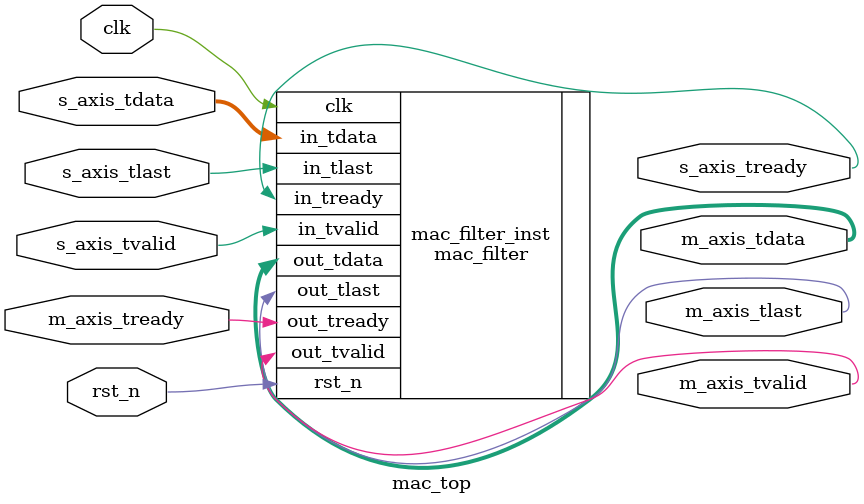
<source format=sv>
module mac_top (
    input  logic clk,
    input  logic rst_n,
    // connect to AXI-Stream ports
    input  logic        s_axis_tvalid,
    output logic        s_axis_tready,
    input  logic [7:0]  s_axis_tdata,
    input  logic        s_axis_tlast,

    output logic        m_axis_tvalid,
    input  logic        m_axis_tready,
    output logic [7:0]  m_axis_tdata,
    output logic        m_axis_tlast
);

    mac_filter mac_filter_inst (
        .clk(clk),
        .rst_n(rst_n),
        .in_tvalid(s_axis_tvalid),
        .in_tready(s_axis_tready),
        .in_tdata(s_axis_tdata),
        .in_tlast(s_axis_tlast),
        .out_tvalid(m_axis_tvalid),
        .out_tready(m_axis_tready),
        .out_tdata(m_axis_tdata),
        .out_tlast(m_axis_tlast)
    );

endmodule

</source>
